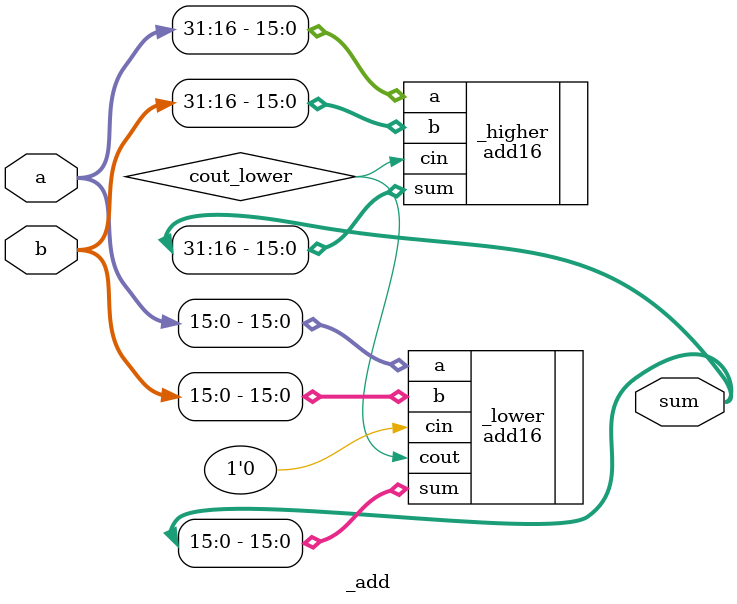
<source format=sv>
module _shift( 
        input clk, d,
        output q
        );
        // Inited by position because Idk I felt like it I guess
        //module provided is module my_dff (input clk, input d, output q )
        wire q0, q1;
        my_dff DUT1 ( clk, d, q0 );
        my_dff DUT2 ( clk, q0, q1 );
        my_dff DUT3 ( clk, q1, q );

endmodule

module _shift8 ( 
        input clk, input [7:0] d, 
        input [1:0] sel, output [7:0] q
        );
        //Module provided to you is module my_dff8 ( input clk, input [7:0] d, output [7:0] q)
        wire [7:0] q0, q1, q2;
        my_dff8 DUT0 ( clk, d, q0 );
        my_dff8 DUT1 ( clk, q0, q1 );
        my_dff8 DUT2 ( clk, q1, q2 );

        always @* begin
            case(sel)
                2'b00 : q = d;
                2'b01 : q = q0;
                2'b10 : q = q1;
                2'b11 : q = q2;
            endcase

        end

endmodule
// Worked first time

//Module ADD
module _add (
        input [31:0] a, b,
        output [31:0] sum
        );
        //Given a module add16 that performs a 16 bit addtion instatiate two of them to create 32 bit adder
        //module add16 ( input[15:0] a, input[15:0] b, input cin, output[15:0] sum, output cout );

        wire cout_lower;
        add16 _lower ( .a(a[15:0]), .b(b[15:0]), .cin(1'b0), .sum(sum[15:0]), .cout(cout_lower) );
        add16 _higher ( .a(a[31:16]), .b(b[31:16]), .cin(cout_lower), .sum(sum[31:16]) );

        
endmodule
</source>
